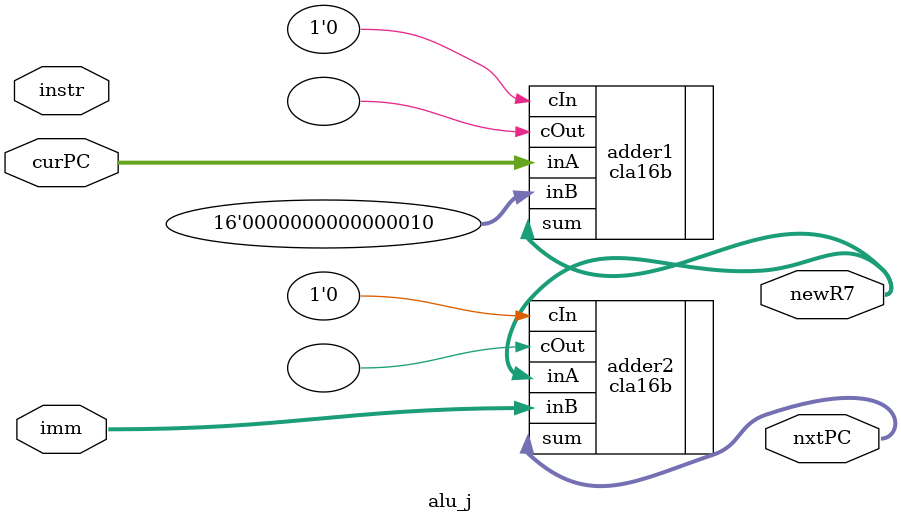
<source format=v>
/*
   CS/ECE 552 Spring '22
  
   Filename        : alu_j.v
   Description     : This is the module for the ALU opeartion for J-format instructions
*/

`default_nettype none
module alu_j(instr, curPC, imm, nxtPC, newR7);
	// concern about R7
	input wire [4:0] instr;
	input wire [15:0] curPC;
	input wire [15:0] imm;
	output wire [15:0] nxtPC;
	output wire [15:0] newR7;

	// newR7 = PC + 2
	cla16b adder1(.sum(newR7), .cOut(), .inA(curPC), .inB(16'h2), .cIn(1'b0));
	cla16b adder2(.sum(nxtPC), .cOut(), .inA(newR7), .inB(imm), .cIn(1'b0));

endmodule
`default_nettype wire

</source>
